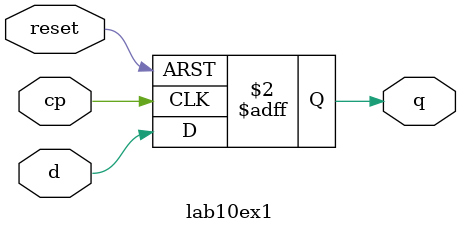
<source format=v>
module lab10ex1(d,reset,cp,q);
input d,cp,reset;
output q;
reg q;
always @(posedge reset or posedge cp)
begin
if(reset)
q = 0;
else
q = d;
end
endmodule

</source>
